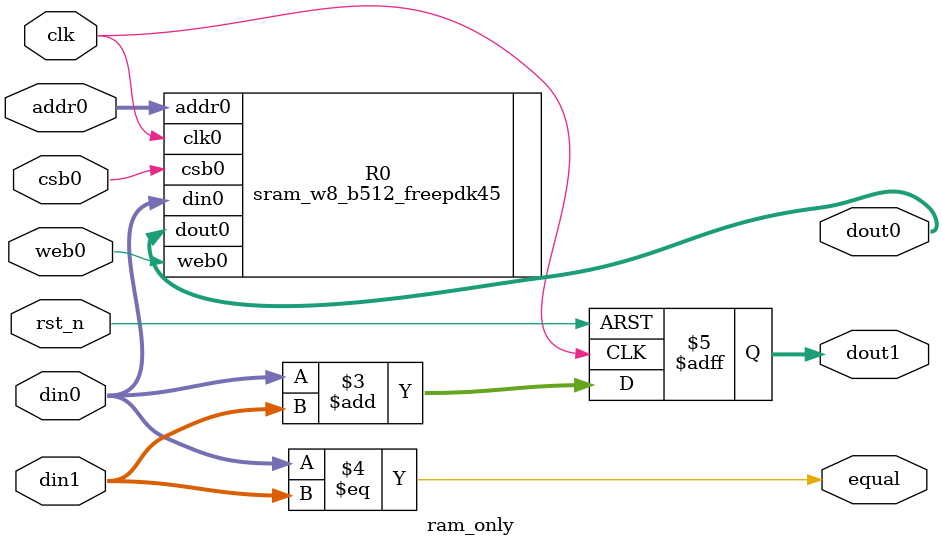
<source format=v>
module ram_only(
  input clk,
  input rst_n,
  input   csb0, // active low chip select
  input  web0, // active low write control
  input [7:0] din0,
  input [7:0] din1,
  input [8:0]  addr0,
  output [7:0] dout0,
  output reg [7:0] dout1,
  output equal);


always @ (posedge clk or negedge rst_n) begin
  if (~rst_n)
    dout1 <= 8'd0;
  else
    dout1 <= din0 + din1;
end

assign equal = (din0 == din1);

  sram_w8_b512_freepdk45
  R0 (
   .clk0  (clk )   ,
   .csb0  (csb0 )   ,
   .web0  (web0 )   ,
   .addr0 (addr0)   ,
   .din0  (din0 )   ,
   .dout0 (dout0)     );
endmodule

</source>
